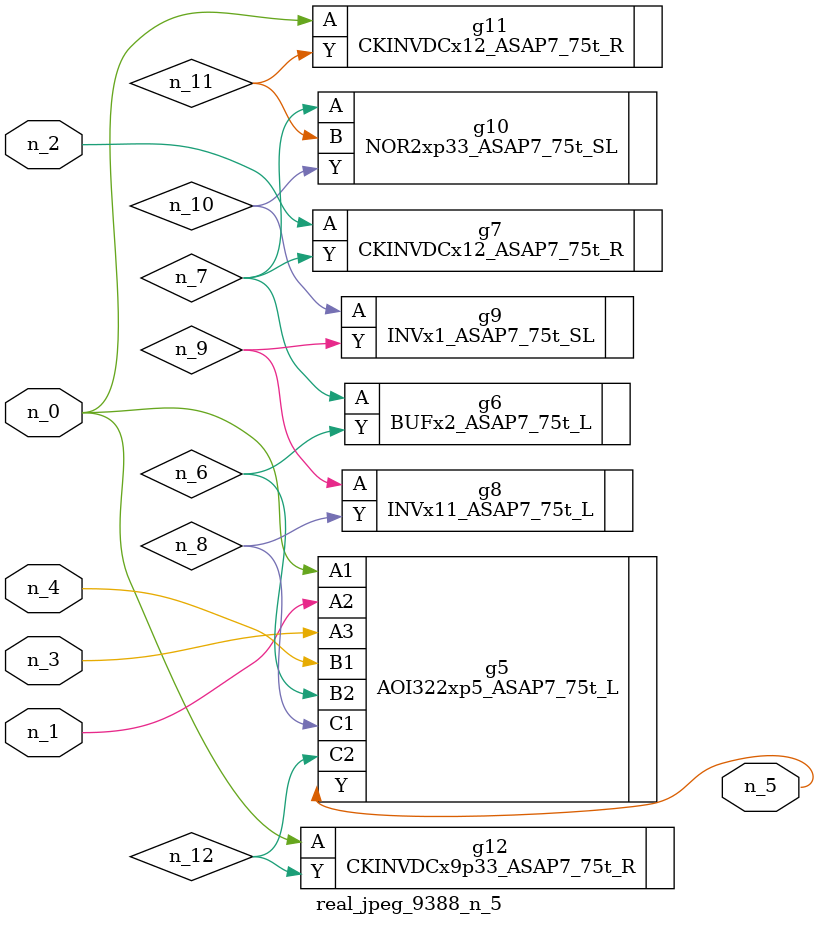
<source format=v>
module real_jpeg_9388_n_5 (n_4, n_0, n_1, n_2, n_3, n_5);

input n_4;
input n_0;
input n_1;
input n_2;
input n_3;

output n_5;

wire n_12;
wire n_8;
wire n_11;
wire n_6;
wire n_7;
wire n_10;
wire n_9;

AOI322xp5_ASAP7_75t_L g5 ( 
.A1(n_0),
.A2(n_1),
.A3(n_3),
.B1(n_4),
.B2(n_6),
.C1(n_8),
.C2(n_12),
.Y(n_5)
);

CKINVDCx12_ASAP7_75t_R g11 ( 
.A(n_0),
.Y(n_11)
);

CKINVDCx9p33_ASAP7_75t_R g12 ( 
.A(n_0),
.Y(n_12)
);

CKINVDCx12_ASAP7_75t_R g7 ( 
.A(n_2),
.Y(n_7)
);

BUFx2_ASAP7_75t_L g6 ( 
.A(n_7),
.Y(n_6)
);

NOR2xp33_ASAP7_75t_SL g10 ( 
.A(n_7),
.B(n_11),
.Y(n_10)
);

INVx11_ASAP7_75t_L g8 ( 
.A(n_9),
.Y(n_8)
);

INVx1_ASAP7_75t_SL g9 ( 
.A(n_10),
.Y(n_9)
);


endmodule
</source>
